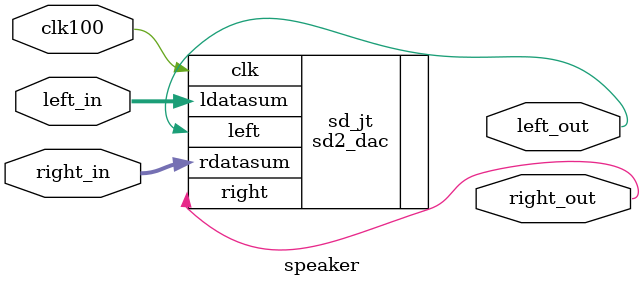
<source format=v>
/*
  
   Multicore 2 / Multicore 2+
  
   Copyright (c) 2017-2020 - Victor Trucco

  
   All rights reserved
  
   Redistribution and use in source and synthezised forms, with or without
   modification, are permitted provided that the following conditions are met:
  
   Redistributions of source code must retain the above copyright notice,
   this list of conditions and the following disclaimer.
  
   Redistributions in synthesized form must reproduce the above copyright
   notice, this list of conditions and the following disclaimer in the
   documentation and/or other materials provided with the distribution.
  
   Neither the name of the author nor the names of other contributors may
   be used to endorse or promote products derived from this software without
   specific prior written permission.
  
   THIS CODE IS PROVIDED BY THE COPYRIGHT HOLDERS AND CONTRIBUTORS "AS IS"
   AND ANY EXPRESS OR IMPLIED WARRANTIES, INCLUDING, BUT NOT LIMITED TO,
   THE IMPLIED WARRANTIES OF MERCHANTABILITY AND FITNESS FOR A PARTICULAR
   PURPOSE ARE DISCLAIMED. IN NO EVENT SHALL THE AUTHOR OR CONTRIBUTORS BE
   LIABLE FOR ANY DIRECT, INDIRECT, INCIDENTAL, SPECIAL, EXEMPLARY, OR
   CONSEQUENTIAL DAMAGES (INCLUDING, BUT NOT LIMITED TO, PROCUREMENT OF
   SUBSTITUTE GOODS OR SERVICES; LOSS OF USE, DATA, OR PROFITS; OR BUSINESS
   INTERRUPTION) HOWEVER CAUSED AND ON ANY THEORY OF LIABILITY, WHETHER IN
   CONTRACT, STRICT LIABILITY, OR TORT (INCLUDING NEGLIGENCE OR OTHERWISE)
   ARISING IN ANY WAY OUT OF THE USE OF THIS SOFTWARE, EVEN IF ADVISED OF THE
   POSSIBILITY OF SUCH DAMAGE.
  
   You are responsible for any legal issues arising from your use of this code.
  
*/`timescale 1ns / 1ps

module speaker(
	input			clk100,
	input	[15:0]	left_in,
	input	[15:0]	right_in,
	output			left_out,
	output			right_out
);

sd2_dac sd_jt( 
	.clk		( clk100	),
	.ldatasum	( left_in 	), 
	.rdatasum	( right_in	), 
	.left		( left_out	),
	.right		( right_out	)
);		

endmodule

</source>
